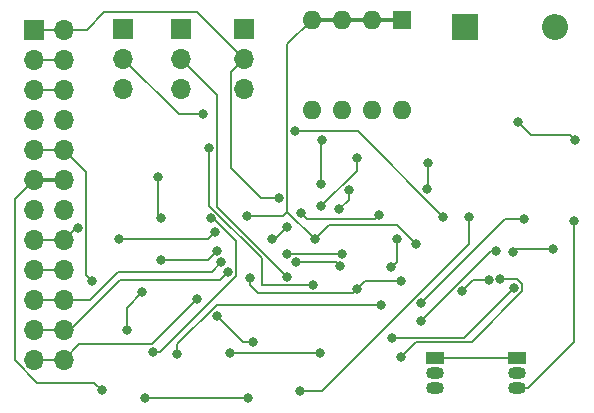
<source format=gbl>
%TF.GenerationSoftware,KiCad,Pcbnew,(6.0.2)*%
%TF.CreationDate,2022-04-01T15:45:15-05:00*%
%TF.ProjectId,bassDrum,62617373-4472-4756-9d2e-6b696361645f,rev?*%
%TF.SameCoordinates,Original*%
%TF.FileFunction,Copper,L2,Bot*%
%TF.FilePolarity,Positive*%
%FSLAX46Y46*%
G04 Gerber Fmt 4.6, Leading zero omitted, Abs format (unit mm)*
G04 Created by KiCad (PCBNEW (6.0.2)) date 2022-04-01 15:45:15*
%MOMM*%
%LPD*%
G01*
G04 APERTURE LIST*
%TA.AperFunction,ComponentPad*%
%ADD10O,1.600000X1.600000*%
%TD*%
%TA.AperFunction,ComponentPad*%
%ADD11R,1.600000X1.600000*%
%TD*%
%TA.AperFunction,ComponentPad*%
%ADD12R,1.500000X1.050000*%
%TD*%
%TA.AperFunction,ComponentPad*%
%ADD13O,1.500000X1.050000*%
%TD*%
%TA.AperFunction,ComponentPad*%
%ADD14O,1.700000X1.700000*%
%TD*%
%TA.AperFunction,ComponentPad*%
%ADD15R,1.700000X1.700000*%
%TD*%
%TA.AperFunction,ComponentPad*%
%ADD16O,2.200000X2.200000*%
%TD*%
%TA.AperFunction,ComponentPad*%
%ADD17R,2.200000X2.200000*%
%TD*%
%TA.AperFunction,ViaPad*%
%ADD18C,0.800000*%
%TD*%
%TA.AperFunction,Conductor*%
%ADD19C,0.152400*%
%TD*%
%TA.AperFunction,Conductor*%
%ADD20C,0.304800*%
%TD*%
G04 APERTURE END LIST*
D10*
%TO.P,SW2,8*%
%TO.N,A0*%
X146050000Y-86868000D03*
%TO.P,SW2,4*%
%TO.N,5V*%
X138430000Y-79248000D03*
%TO.P,SW2,7*%
%TO.N,A1*%
X143510000Y-86868000D03*
%TO.P,SW2,3*%
%TO.N,5V*%
X140970000Y-79248000D03*
%TO.P,SW2,6*%
%TO.N,MasterA0*%
X140970000Y-86868000D03*
%TO.P,SW2,2*%
%TO.N,5V*%
X143510000Y-79248000D03*
%TO.P,SW2,5*%
%TO.N,MasterA1*%
X138430000Y-86868000D03*
D11*
%TO.P,SW2,1*%
%TO.N,5V*%
X146050000Y-79248000D03*
%TD*%
D12*
%TO.P,Q2,1*%
%TO.N,Net-(Q1-Pad1)*%
X155803600Y-107899200D03*
D13*
%TO.P,Q2,3*%
%TO.N,Net-(C2-Pad1)*%
X155803600Y-110439200D03*
%TO.P,Q2,2*%
%TO.N,Net-(Q1-Pad3)*%
X155803600Y-109169200D03*
%TD*%
D12*
%TO.P,Q1,1*%
%TO.N,Net-(Q1-Pad1)*%
X148818600Y-107899200D03*
D13*
%TO.P,Q1,3*%
%TO.N,Net-(Q1-Pad3)*%
X148818600Y-110439200D03*
%TO.P,Q1,2*%
%TO.N,Net-(C1-Pad1)*%
X148818600Y-109169200D03*
%TD*%
D14*
%TO.P,J5,3*%
%TO.N,Net-(J5-Pad3)*%
X132689600Y-85090000D03*
%TO.P,J5,2*%
%TO.N,A_OUT_L*%
X132689600Y-82550000D03*
D15*
%TO.P,J5,1*%
%TO.N,GND*%
X132689600Y-80010000D03*
%TD*%
D14*
%TO.P,J3,3*%
%TO.N,Net-(J3-Pad3)*%
X127355600Y-85090000D03*
%TO.P,J3,2*%
%TO.N,P1Out*%
X127355600Y-82550000D03*
D15*
%TO.P,J3,1*%
%TO.N,GND*%
X127355600Y-80010000D03*
%TD*%
D14*
%TO.P,J2,3*%
%TO.N,Net-(J2-Pad3)*%
X122428000Y-85090000D03*
%TO.P,J2,2*%
%TO.N,P0Out*%
X122428000Y-82550000D03*
D15*
%TO.P,J2,1*%
%TO.N,GND*%
X122428000Y-80010000D03*
%TD*%
D14*
%TO.P,J1,24*%
%TO.N,TRIG*%
X117434400Y-108031200D03*
%TO.P,J1,23*%
X114894400Y-108031200D03*
%TO.P,J1,22*%
%TO.N,SDA*%
X117434400Y-105491200D03*
%TO.P,J1,21*%
X114894400Y-105491200D03*
%TO.P,J1,20*%
%TO.N,SCL*%
X117434400Y-102951200D03*
%TO.P,J1,19*%
X114894400Y-102951200D03*
%TO.P,J1,18*%
%TO.N,DET*%
X117434400Y-100411200D03*
%TO.P,J1,17*%
X114894400Y-100411200D03*
%TO.P,J1,16*%
%TO.N,5V*%
X117434400Y-97871200D03*
%TO.P,J1,15*%
X114894400Y-97871200D03*
%TO.P,J1,14*%
%TO.N,GND*%
X117434400Y-95331200D03*
%TO.P,J1,13*%
X114894400Y-95331200D03*
%TO.P,J1,12*%
%TO.N,-12V*%
X117434400Y-92791200D03*
%TO.P,J1,11*%
X114894400Y-92791200D03*
%TO.P,J1,10*%
%TO.N,+12V*%
X117434400Y-90251200D03*
%TO.P,J1,9*%
X114894400Y-90251200D03*
%TO.P,J1,8*%
%TO.N,GND*%
X117434400Y-87711200D03*
%TO.P,J1,7*%
X114894400Y-87711200D03*
%TO.P,J1,6*%
%TO.N,A_IN*%
X117434400Y-85171200D03*
%TO.P,J1,5*%
X114894400Y-85171200D03*
%TO.P,J1,4*%
%TO.N,A_OUT_R*%
X117434400Y-82631200D03*
%TO.P,J1,3*%
X114894400Y-82631200D03*
%TO.P,J1,2*%
%TO.N,A_OUT_L*%
X117434400Y-80091200D03*
D15*
%TO.P,J1,1*%
X114894400Y-80091200D03*
%TD*%
D16*
%TO.P,D1,2*%
%TO.N,GND*%
X159004000Y-79883000D03*
D17*
%TO.P,D1,1*%
%TO.N,Net-(C1-Pad1)*%
X151384000Y-79883000D03*
%TD*%
D18*
%TO.N,Net-(C1-Pad1)*%
X155854400Y-87934800D03*
X160680400Y-89458800D03*
%TO.N,GND*%
X151155400Y-102235000D03*
X153389082Y-101318921D03*
X145999200Y-101396800D03*
X142265400Y-102031800D03*
X133146800Y-101127000D03*
%TO.N,Net-(C2-Pad2)*%
X127000000Y-107559400D03*
X144272000Y-103378000D03*
X147696546Y-103246546D03*
X156379910Y-96164400D03*
%TO.N,Net-(C2-Pad1)*%
X160629600Y-96316800D03*
%TO.N,Net-(C3-Pad1)*%
X124968680Y-107424160D03*
X129849254Y-96058346D03*
%TO.N,Net-(C4-Pad2)*%
X125374400Y-92557600D03*
X125628400Y-96062800D03*
X122732800Y-105562400D03*
X124053600Y-102311200D03*
X125609996Y-99576228D03*
X130352800Y-98856800D03*
%TO.N,A_OUT_L*%
X135671000Y-94386400D03*
%TO.N,+12V*%
X131470400Y-107442000D03*
X139090400Y-107492800D03*
X119837200Y-101346000D03*
X147624800Y-104800400D03*
X154025600Y-98856800D03*
%TO.N,-12V*%
X120650000Y-110642400D03*
X151739600Y-95961200D03*
X137414000Y-110693200D03*
X124256800Y-111328200D03*
X133045200Y-111302800D03*
%TO.N,5V*%
X138684000Y-97840800D03*
X147218400Y-98247200D03*
X118653000Y-96875600D03*
X122072400Y-97790000D03*
X130200400Y-97231200D03*
X132943600Y-95859600D03*
%TO.N,SDA*%
X131299958Y-100612380D03*
X137094276Y-99787000D03*
X140760471Y-100088604D03*
%TO.N,SCL*%
X130759200Y-99771200D03*
X136346002Y-99110800D03*
X140970000Y-99110800D03*
%TO.N,TRIG*%
X128727200Y-102870000D03*
X145135600Y-100228400D03*
X145592800Y-97790000D03*
%TO.N,P0Out*%
X129235200Y-87274400D03*
%TO.N,P1Out*%
X136347200Y-101076200D03*
%TO.N,P1In*%
X138480800Y-101752400D03*
X129743200Y-90119200D03*
%TO.N,A1*%
X139192000Y-95062600D03*
X142218175Y-91013170D03*
%TO.N,A0*%
X137464800Y-95605600D03*
X136296400Y-96774000D03*
X135077200Y-97790000D03*
X144119600Y-95758000D03*
%TO.N,BassOUT*%
X133400800Y-106527600D03*
X130403600Y-104343200D03*
%TO.N,Net-(C9-Pad2)*%
X155549600Y-101939800D03*
X145186400Y-106172000D03*
%TO.N,Net-(J5-Pad3)*%
X137023400Y-88696800D03*
X149555200Y-95961200D03*
%TO.N,Net-(R16-Pad1)*%
X158800800Y-98653600D03*
X155448000Y-98907600D03*
X154381200Y-101193600D03*
X145948400Y-107797600D03*
%TO.N,MasterA1*%
X148259800Y-91389200D03*
X148133155Y-93573955D03*
%TO.N,MasterA0*%
X140695054Y-95321746D03*
X141532246Y-93678646D03*
X139192000Y-93167200D03*
X139242800Y-89484200D03*
%TD*%
D19*
%TO.N,Net-(C1-Pad1)*%
X155854400Y-87934800D02*
X156972000Y-89052400D01*
X156972000Y-89052400D02*
X160274000Y-89052400D01*
X160274000Y-89052400D02*
X160680400Y-89458800D01*
%TO.N,GND*%
X151155400Y-102235000D02*
X152071479Y-101318921D01*
X152071479Y-101318921D02*
X153389082Y-101318921D01*
X145999200Y-101396800D02*
X142900400Y-101396800D01*
X142900400Y-101396800D02*
X142265400Y-102031800D01*
X141868599Y-102428601D02*
X142265400Y-102031800D01*
X133882716Y-102428601D02*
X141868599Y-102428601D01*
X133146800Y-101692685D02*
X133882716Y-102428601D01*
X133146800Y-101127000D02*
X133146800Y-101692685D01*
%TO.N,Net-(C2-Pad2)*%
X130368022Y-103378000D02*
X144272000Y-103378000D01*
X127000000Y-107559400D02*
X127000000Y-106746022D01*
X127000000Y-106746022D02*
X130368022Y-103378000D01*
X147696546Y-103246546D02*
X154778692Y-96164400D01*
X154778692Y-96164400D02*
X156379910Y-96164400D01*
%TO.N,Net-(C2-Pad1)*%
X160629600Y-106515600D02*
X160629600Y-96316800D01*
X155803600Y-110439200D02*
X156706000Y-110439200D01*
X156706000Y-110439200D02*
X160629600Y-106515600D01*
%TO.N,Net-(C3-Pad1)*%
X125534365Y-107424160D02*
X131976159Y-100982366D01*
X130028324Y-96058346D02*
X129849254Y-96058346D01*
X124968680Y-107424160D02*
X125534365Y-107424160D01*
X131976159Y-98006181D02*
X130028324Y-96058346D01*
X131976159Y-100982366D02*
X131976159Y-98006181D01*
%TO.N,Net-(C4-Pad2)*%
X125374400Y-92557600D02*
X125374400Y-95808800D01*
X125374400Y-95808800D02*
X125628400Y-96062800D01*
X122732800Y-105562400D02*
X122732800Y-103632000D01*
X122732800Y-103632000D02*
X124053600Y-102311200D01*
X125609996Y-99576228D02*
X129633372Y-99576228D01*
X129633372Y-99576228D02*
X130352800Y-98856800D01*
%TO.N,A_OUT_L*%
X132689600Y-82550000D02*
X128727200Y-78587600D01*
X128727200Y-78587600D02*
X120853200Y-78587600D01*
X119349600Y-80091200D02*
X117434400Y-80091200D01*
X120853200Y-78587600D02*
X119349600Y-80091200D01*
X117434400Y-80091200D02*
X114894400Y-80091200D01*
X132689600Y-82550000D02*
X131563399Y-83676201D01*
X131563399Y-83676201D02*
X131563399Y-91837799D01*
X134112000Y-94386400D02*
X131563399Y-91837799D01*
X135671000Y-94386400D02*
X134112000Y-94386400D01*
%TO.N,A_OUT_R*%
X114894400Y-82631200D02*
X117434400Y-82631200D01*
%TO.N,A_IN*%
X114894400Y-85171200D02*
X117434400Y-85171200D01*
%TO.N,+12V*%
X131470400Y-107442000D02*
X139039600Y-107442000D01*
X139039600Y-107442000D02*
X139090400Y-107492800D01*
X114894400Y-90251200D02*
X117434400Y-90251200D01*
X117434400Y-90251200D02*
X119329200Y-92146000D01*
X119329200Y-92146000D02*
X119329200Y-100838000D01*
X119329200Y-100838000D02*
X119837200Y-101346000D01*
X147624800Y-104800400D02*
X153568400Y-98856800D01*
X153568400Y-98856800D02*
X154025600Y-98856800D01*
D20*
%TO.N,-12V*%
X117434400Y-92791200D02*
X114218800Y-92791200D01*
D19*
X114894400Y-92791200D02*
X113284000Y-94401600D01*
X113284000Y-108087578D02*
X115178422Y-109982000D01*
X113284000Y-94401600D02*
X113284000Y-108087578D01*
X115178422Y-109982000D02*
X119989600Y-109982000D01*
X119989600Y-109982000D02*
X120650000Y-110642400D01*
X151739600Y-98247200D02*
X151739600Y-95961200D01*
X137414000Y-110693200D02*
X139293600Y-110693200D01*
X139293600Y-110693200D02*
X151739600Y-98247200D01*
X124256800Y-111328200D02*
X133019800Y-111328200D01*
X133019800Y-111328200D02*
X133045200Y-111302800D01*
D20*
%TO.N,5V*%
X138430000Y-79248000D02*
X140970000Y-79248000D01*
X140970000Y-79248000D02*
X143510000Y-79248000D01*
X143510000Y-79248000D02*
X146050000Y-79248000D01*
D19*
X138430000Y-79248000D02*
X136347200Y-81330800D01*
X136347200Y-81330800D02*
X136347200Y-95504000D01*
X136347200Y-95504000D02*
X138684000Y-97840800D01*
X114894400Y-97871200D02*
X117434400Y-97871200D01*
X117434400Y-97871200D02*
X118430000Y-96875600D01*
X118430000Y-96875600D02*
X118653000Y-96875600D01*
X122072400Y-97790000D02*
X129641600Y-97790000D01*
X129641600Y-97790000D02*
X130200400Y-97231200D01*
X135991600Y-95859600D02*
X136347200Y-95504000D01*
X132943600Y-95859600D02*
X135991600Y-95859600D01*
X139903200Y-96621600D02*
X138684000Y-97840800D01*
X147218400Y-98247200D02*
X145592800Y-96621600D01*
X145592800Y-96621600D02*
X139903200Y-96621600D01*
%TO.N,DET*%
X114894400Y-100411200D02*
X117434400Y-100411200D01*
%TO.N,SDA*%
X114894400Y-105491200D02*
X117434400Y-105491200D01*
X117434400Y-105491200D02*
X117978000Y-105491200D01*
X117978000Y-105491200D02*
X122174000Y-101295200D01*
X122174000Y-101295200D02*
X130617138Y-101295200D01*
X130617138Y-101295200D02*
X131299958Y-100612380D01*
X137094276Y-99787000D02*
X140458867Y-99787000D01*
X140458867Y-99787000D02*
X140760471Y-100088604D01*
%TO.N,SCL*%
X114894400Y-102951200D02*
X117434400Y-102951200D01*
X117434400Y-102951200D02*
X119603600Y-102951200D01*
X119603600Y-102951200D02*
X121970800Y-100584000D01*
X121970800Y-100584000D02*
X129946400Y-100584000D01*
X129946400Y-100584000D02*
X130759200Y-99771200D01*
X136346002Y-99110800D02*
X140970000Y-99110800D01*
%TO.N,TRIG*%
X114894400Y-108031200D02*
X117434400Y-108031200D01*
X117434400Y-108031200D02*
X118717641Y-106747959D01*
X124849241Y-106747959D02*
X128727200Y-102870000D01*
X118717641Y-106747959D02*
X124849241Y-106747959D01*
X145135600Y-100228400D02*
X145592800Y-99771200D01*
X145592800Y-99771200D02*
X145592800Y-97790000D01*
%TO.N,P0Out*%
X122428000Y-82550000D02*
X127152400Y-87274400D01*
X127152400Y-87274400D02*
X129235200Y-87274400D01*
%TO.N,P1Out*%
X130419401Y-95148401D02*
X130419401Y-85613801D01*
X130419401Y-85613801D02*
X127355600Y-82550000D01*
X136347200Y-101076200D02*
X130419401Y-95148401D01*
%TO.N,Net-(Q1-Pad1)*%
X148818600Y-107899200D02*
X155803600Y-107899200D01*
%TO.N,P1In*%
X138480800Y-101752400D02*
X134213600Y-101752400D01*
X134213600Y-101752400D02*
X134213600Y-99466400D01*
X129743200Y-94996000D02*
X129743200Y-90119200D01*
X134213600Y-99466400D02*
X129743200Y-94996000D01*
%TO.N,A1*%
X139192000Y-95062600D02*
X142218175Y-92036425D01*
X142218175Y-92036425D02*
X142218175Y-91013170D01*
%TO.N,A0*%
X138017199Y-96157999D02*
X137464800Y-95605600D01*
X144119600Y-95758000D02*
X143719601Y-96157999D01*
X143719601Y-96157999D02*
X138017199Y-96157999D01*
X136296400Y-96774000D02*
X135280400Y-97790000D01*
X135280400Y-97790000D02*
X135077200Y-97790000D01*
%TO.N,BassOUT*%
X133400800Y-106527600D02*
X132588000Y-106527600D01*
X132588000Y-106527600D02*
X130403600Y-104343200D01*
%TO.N,Net-(C9-Pad2)*%
X155549600Y-101939800D02*
X151317400Y-106172000D01*
X151317400Y-106172000D02*
X145186400Y-106172000D01*
%TO.N,Net-(J5-Pad3)*%
X137023400Y-88696800D02*
X142290800Y-88696800D01*
X142290800Y-88696800D02*
X149555200Y-95961200D01*
%TO.N,Net-(R16-Pad1)*%
X158800800Y-98653600D02*
X155702000Y-98653600D01*
X155702000Y-98653600D02*
X155448000Y-98907600D01*
X147221590Y-106524410D02*
X145948400Y-107797600D01*
X155804178Y-101193600D02*
X156225801Y-101615223D01*
X151965768Y-106524410D02*
X147221590Y-106524410D01*
X154381200Y-101193600D02*
X155804178Y-101193600D01*
X156225801Y-102264377D02*
X151965768Y-106524410D01*
X156225801Y-101615223D02*
X156225801Y-102264377D01*
%TO.N,MasterA1*%
X148259800Y-91389200D02*
X148259800Y-93447310D01*
X148259800Y-93447310D02*
X148133155Y-93573955D01*
%TO.N,MasterA0*%
X140695054Y-95321746D02*
X141532246Y-94484554D01*
X141532246Y-94484554D02*
X141532246Y-93678646D01*
X139192000Y-93167200D02*
X139192000Y-89535000D01*
X139192000Y-89535000D02*
X139242800Y-89484200D01*
%TD*%
M02*

</source>
